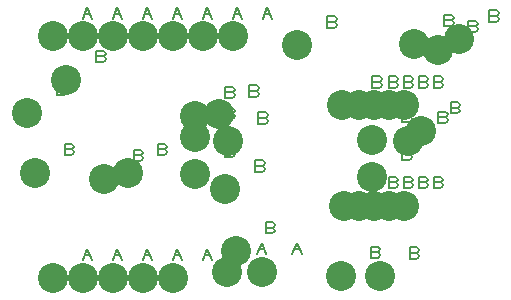
<source format=gbr>
%FSLAX25Y25*%
%MOIN*%
G04 EasyPC Gerber Version 18.0.8 Build 3632 *
%ADD99C,0.00500*%
%ADD98C,0.10000*%
X0Y0D02*
D02*
D98*
X50250Y61250D03*
X52750Y41250D03*
X58750Y6250D03*
Y86750D03*
X63250Y72250D03*
X68750Y6250D03*
Y86750D03*
X75750Y39250D03*
X78750Y6250D03*
Y86750D03*
X83750Y41250D03*
X88750Y6250D03*
Y86750D03*
X98750Y6250D03*
Y86750D03*
X106250Y40750D03*
Y53250D03*
Y60250D03*
X108750Y86750D03*
X114250Y60750D03*
X116250Y35750D03*
X116847Y8266D03*
X117250Y51750D03*
X118750Y86750D03*
X119750Y15140D03*
X128658Y8266D03*
X140250Y83750D03*
X154850Y6950D03*
X155250Y63750D03*
X155750Y30250D03*
X160750D03*
Y63750D03*
X165250Y39750D03*
Y52250D03*
X165750Y30250D03*
Y63750D03*
X167750Y6750D03*
X170750Y30250D03*
Y63750D03*
X175750Y30250D03*
Y63750D03*
X177250Y51950D03*
X179250Y84250D03*
X181450Y55150D03*
X187250Y82250D03*
X194250Y85750D03*
D02*
D99*
X62437Y69063D02*
X63063Y68750D01*
X63375Y68125*
X63063Y67500*
X62437Y67187*
X60250*
Y70937*
X62437*
X63063Y70625*
X63375Y70000*
X63063Y69375*
X62437Y69063*
X60250*
X64937Y49063D02*
X65563Y48750D01*
X65875Y48125*
X65563Y47500*
X64937Y47187*
X62750*
Y50937*
X64937*
X65563Y50625*
X65875Y50000*
X65563Y49375*
X64937Y49063*
X62750*
X68750Y12187D02*
X70313Y15937D01*
X71875Y12187*
X69375Y13750D02*
X71250D01*
X68750Y92687D02*
X70313Y96437D01*
X71875Y92687*
X69375Y94250D02*
X71250D01*
X75437Y80063D02*
X76063Y79750D01*
X76375Y79125*
X76063Y78500*
X75437Y78187*
X73250*
Y81937*
X75437*
X76063Y81625*
X76375Y81000*
X76063Y80375*
X75437Y80063*
X73250*
X78750Y12187D02*
X80313Y15937D01*
X81875Y12187*
X79375Y13750D02*
X81250D01*
X78750Y92687D02*
X80313Y96437D01*
X81875Y92687*
X79375Y94250D02*
X81250D01*
X87937Y47063D02*
X88563Y46750D01*
X88875Y46125*
X88563Y45500*
X87937Y45187*
X85750*
Y48937*
X87937*
X88563Y48625*
X88875Y48000*
X88563Y47375*
X87937Y47063*
X85750*
X88750Y12187D02*
X90313Y15937D01*
X91875Y12187*
X89375Y13750D02*
X91250D01*
X88750Y92687D02*
X90313Y96437D01*
X91875Y92687*
X89375Y94250D02*
X91250D01*
X95937Y49063D02*
X96563Y48750D01*
X96875Y48125*
X96563Y47500*
X95937Y47187*
X93750*
Y50937*
X95937*
X96563Y50625*
X96875Y50000*
X96563Y49375*
X95937Y49063*
X93750*
X98750Y12187D02*
X100313Y15937D01*
X101875Y12187*
X99375Y13750D02*
X101250D01*
X98750Y92687D02*
X100313Y96437D01*
X101875Y92687*
X99375Y94250D02*
X101250D01*
X108750Y12187D02*
X110313Y15937D01*
X111875Y12187*
X109375Y13750D02*
X111250D01*
X108750Y92687D02*
X110313Y96437D01*
X111875Y92687*
X109375Y94250D02*
X111250D01*
X118437Y48563D02*
X119063Y48250D01*
X119375Y47625*
X119063Y47000*
X118437Y46687*
X116250*
Y50437*
X118437*
X119063Y50125*
X119375Y49500*
X119063Y48875*
X118437Y48563*
X116250*
X118437Y61063D02*
X119063Y60750D01*
X119375Y60125*
X119063Y59500*
X118437Y59187*
X116250*
Y62937*
X118437*
X119063Y62625*
X119375Y62000*
X119063Y61375*
X118437Y61063*
X116250*
X118437Y68063D02*
X119063Y67750D01*
X119375Y67125*
X119063Y66500*
X118437Y66187*
X116250*
Y69937*
X118437*
X119063Y69625*
X119375Y69000*
X119063Y68375*
X118437Y68063*
X116250*
X118750Y92687D02*
X120313Y96437D01*
X121875Y92687*
X119375Y94250D02*
X121250D01*
X126437Y68563D02*
X127063Y68250D01*
X127375Y67625*
X127063Y67000*
X126437Y66687*
X124250*
Y70437*
X126437*
X127063Y70125*
X127375Y69500*
X127063Y68875*
X126437Y68563*
X124250*
X128437Y43563D02*
X129063Y43250D01*
X129375Y42625*
X129063Y42000*
X128437Y41687*
X126250*
Y45437*
X128437*
X129063Y45125*
X129375Y44500*
X129063Y43875*
X128437Y43563*
X126250*
X126847Y14204D02*
X128410Y17954D01*
X129972Y14204*
X127472Y15766D02*
X129347D01*
X129437Y59563D02*
X130063Y59250D01*
X130375Y58625*
X130063Y58000*
X129437Y57687*
X127250*
Y61437*
X129437*
X130063Y61125*
X130375Y60500*
X130063Y59875*
X129437Y59563*
X127250*
X128750Y92687D02*
X130313Y96437D01*
X131875Y92687*
X129375Y94250D02*
X131250D01*
X131937Y22952D02*
X132563Y22640D01*
X132875Y22015*
X132563Y21390*
X131937Y21077*
X129750*
Y24827*
X131937*
X132563Y24515*
X132875Y23890*
X132563Y23265*
X131937Y22952*
X129750*
X138658Y14204D02*
X140221Y17954D01*
X141783Y14204*
X139283Y15766D02*
X141158D01*
X152437Y91563D02*
X153063Y91250D01*
X153375Y90625*
X153063Y90000*
X152437Y89687*
X150250*
Y93437*
X152437*
X153063Y93125*
X153375Y92500*
X153063Y91875*
X152437Y91563*
X150250*
X167037Y14763D02*
X167663Y14450D01*
X167975Y13825*
X167663Y13200*
X167037Y12887*
X164850*
Y16637*
X167037*
X167663Y16325*
X167975Y15700*
X167663Y15075*
X167037Y14763*
X164850*
X167437Y71563D02*
X168063Y71250D01*
X168375Y70625*
X168063Y70000*
X167437Y69687*
X165250*
Y73437*
X167437*
X168063Y73125*
X168375Y72500*
X168063Y71875*
X167437Y71563*
X165250*
X167937Y38063D02*
X168563Y37750D01*
X168875Y37125*
X168563Y36500*
X167937Y36187*
X165750*
Y39937*
X167937*
X168563Y39625*
X168875Y39000*
X168563Y38375*
X167937Y38063*
X165750*
X172937D02*
X173563Y37750D01*
X173875Y37125*
X173563Y36500*
X172937Y36187*
X170750*
Y39937*
X172937*
X173563Y39625*
X173875Y39000*
X173563Y38375*
X172937Y38063*
X170750*
X172937Y71563D02*
X173563Y71250D01*
X173875Y70625*
X173563Y70000*
X172937Y69687*
X170750*
Y73437*
X172937*
X173563Y73125*
X173875Y72500*
X173563Y71875*
X172937Y71563*
X170750*
X177437Y47563D02*
X178063Y47250D01*
X178375Y46625*
X178063Y46000*
X177437Y45687*
X175250*
Y49437*
X177437*
X178063Y49125*
X178375Y48500*
X178063Y47875*
X177437Y47563*
X175250*
X177437Y60063D02*
X178063Y59750D01*
X178375Y59125*
X178063Y58500*
X177437Y58187*
X175250*
Y61937*
X177437*
X178063Y61625*
X178375Y61000*
X178063Y60375*
X177437Y60063*
X175250*
X177937Y38063D02*
X178563Y37750D01*
X178875Y37125*
X178563Y36500*
X177937Y36187*
X175750*
Y39937*
X177937*
X178563Y39625*
X178875Y39000*
X178563Y38375*
X177937Y38063*
X175750*
X177937Y71563D02*
X178563Y71250D01*
X178875Y70625*
X178563Y70000*
X177937Y69687*
X175750*
Y73437*
X177937*
X178563Y73125*
X178875Y72500*
X178563Y71875*
X177937Y71563*
X175750*
X179937Y14563D02*
X180563Y14250D01*
X180875Y13625*
X180563Y13000*
X179937Y12687*
X177750*
Y16437*
X179937*
X180563Y16125*
X180875Y15500*
X180563Y14875*
X179937Y14563*
X177750*
X182937Y38063D02*
X183563Y37750D01*
X183875Y37125*
X183563Y36500*
X182937Y36187*
X180750*
Y39937*
X182937*
X183563Y39625*
X183875Y39000*
X183563Y38375*
X182937Y38063*
X180750*
X182937Y71563D02*
X183563Y71250D01*
X183875Y70625*
X183563Y70000*
X182937Y69687*
X180750*
Y73437*
X182937*
X183563Y73125*
X183875Y72500*
X183563Y71875*
X182937Y71563*
X180750*
X187937Y38063D02*
X188563Y37750D01*
X188875Y37125*
X188563Y36500*
X187937Y36187*
X185750*
Y39937*
X187937*
X188563Y39625*
X188875Y39000*
X188563Y38375*
X187937Y38063*
X185750*
X187937Y71563D02*
X188563Y71250D01*
X188875Y70625*
X188563Y70000*
X187937Y69687*
X185750*
Y73437*
X187937*
X188563Y73125*
X188875Y72500*
X188563Y71875*
X187937Y71563*
X185750*
X189437Y59763D02*
X190063Y59450D01*
X190375Y58825*
X190063Y58200*
X189437Y57887*
X187250*
Y61637*
X189437*
X190063Y61325*
X190375Y60700*
X190063Y60075*
X189437Y59763*
X187250*
X191437Y92063D02*
X192063Y91750D01*
X192375Y91125*
X192063Y90500*
X191437Y90187*
X189250*
Y93937*
X191437*
X192063Y93625*
X192375Y93000*
X192063Y92375*
X191437Y92063*
X189250*
X193637Y62963D02*
X194263Y62650D01*
X194575Y62025*
X194263Y61400*
X193637Y61087*
X191450*
Y64837*
X193637*
X194263Y64525*
X194575Y63900*
X194263Y63275*
X193637Y62963*
X191450*
X199437Y90063D02*
X200063Y89750D01*
X200375Y89125*
X200063Y88500*
X199437Y88187*
X197250*
Y91937*
X199437*
X200063Y91625*
X200375Y91000*
X200063Y90375*
X199437Y90063*
X197250*
X206437Y93563D02*
X207063Y93250D01*
X207375Y92625*
X207063Y92000*
X206437Y91687*
X204250*
Y95437*
X206437*
X207063Y95125*
X207375Y94500*
X207063Y93875*
X206437Y93563*
X204250*
X0Y0D02*
M02*

</source>
